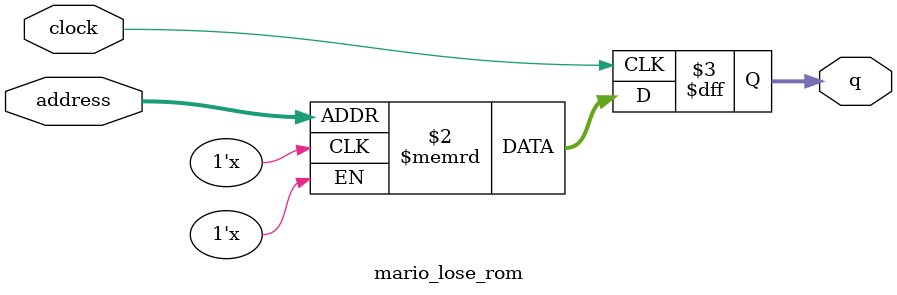
<source format=sv>
module mario_lose_rom (
	input logic clock,
	input logic [16:0] address,
	output logic [2:0] q
);

logic [2:0] memory [0:76799] /* synthesis ram_init_file = "./mario_lose/mario_lose.COE" */;

always_ff @ (posedge clock) begin
	q <= memory[address];
end

endmodule

</source>
